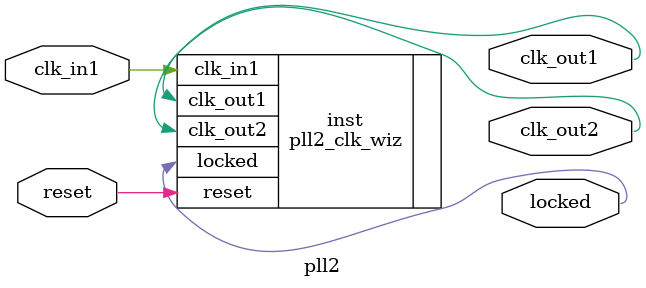
<source format=v>


`timescale 1ps/1ps

(* CORE_GENERATION_INFO = "pll2,clk_wiz_v6_0_8_0_0,{component_name=pll2,use_phase_alignment=true,use_min_o_jitter=false,use_max_i_jitter=false,use_dyn_phase_shift=false,use_inclk_switchover=false,use_dyn_reconfig=false,enable_axi=0,feedback_source=FDBK_AUTO,PRIMITIVE=MMCM,num_out_clk=2,clkin1_period=10.000,clkin2_period=10.000,use_power_down=false,use_reset=true,use_locked=true,use_inclk_stopped=false,feedback_type=SINGLE,CLOCK_MGR_TYPE=NA,manual_override=false}" *)

module pll2 
 (
  // Clock out ports
  output        clk_out1,
  output        clk_out2,
  // Status and control signals
  input         reset,
  output        locked,
 // Clock in ports
  input         clk_in1
 );

  pll2_clk_wiz inst
  (
  // Clock out ports  
  .clk_out1(clk_out1),
  .clk_out2(clk_out2),
  // Status and control signals               
  .reset(reset), 
  .locked(locked),
 // Clock in ports
  .clk_in1(clk_in1)
  );

endmodule

</source>
